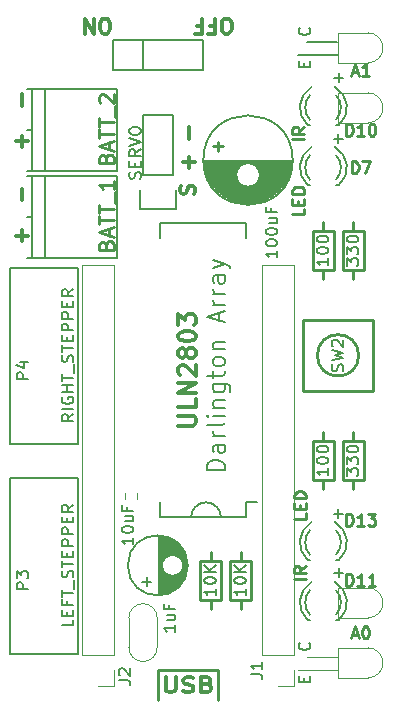
<source format=gto>
G04 #@! TF.FileFunction,Legend,Top*
%FSLAX46Y46*%
G04 Gerber Fmt 4.6, Leading zero omitted, Abs format (unit mm)*
G04 Created by KiCad (PCBNEW 4.0.6) date 09/06/18 10:25:07*
%MOMM*%
%LPD*%
G01*
G04 APERTURE LIST*
%ADD10C,0.100000*%
%ADD11C,0.150000*%
%ADD12C,0.254000*%
%ADD13C,0.300000*%
%ADD14C,0.200000*%
%ADD15C,0.250000*%
%ADD16C,0.120000*%
G04 APERTURE END LIST*
D10*
D11*
X149479048Y-70556429D02*
X150240953Y-70556429D01*
X149860001Y-70937381D02*
X149860001Y-70175476D01*
X149479048Y-102306429D02*
X150240953Y-102306429D01*
X149860001Y-102687381D02*
X149860001Y-101925476D01*
D12*
X139700000Y-115570000D02*
X139700000Y-118110000D01*
X136525000Y-115570000D02*
X139700000Y-115570000D01*
X134620000Y-115570000D02*
X136525000Y-115570000D01*
X134620000Y-118110000D02*
X134620000Y-115570000D01*
D13*
X135267143Y-116144524D02*
X135267143Y-117172619D01*
X135338571Y-117293571D01*
X135410000Y-117354048D01*
X135552857Y-117414524D01*
X135838571Y-117414524D01*
X135981429Y-117354048D01*
X136052857Y-117293571D01*
X136124286Y-117172619D01*
X136124286Y-116144524D01*
X136767143Y-117354048D02*
X136981429Y-117414524D01*
X137338572Y-117414524D01*
X137481429Y-117354048D01*
X137552858Y-117293571D01*
X137624286Y-117172619D01*
X137624286Y-117051667D01*
X137552858Y-116930714D01*
X137481429Y-116870238D01*
X137338572Y-116809762D01*
X137052858Y-116749286D01*
X136910000Y-116688810D01*
X136838572Y-116628333D01*
X136767143Y-116507381D01*
X136767143Y-116386429D01*
X136838572Y-116265476D01*
X136910000Y-116205000D01*
X137052858Y-116144524D01*
X137410000Y-116144524D01*
X137624286Y-116205000D01*
X138767143Y-116749286D02*
X138981429Y-116809762D01*
X139052857Y-116870238D01*
X139124286Y-116991190D01*
X139124286Y-117172619D01*
X139052857Y-117293571D01*
X138981429Y-117354048D01*
X138838571Y-117414524D01*
X138267143Y-117414524D01*
X138267143Y-116144524D01*
X138767143Y-116144524D01*
X138910000Y-116205000D01*
X138981429Y-116265476D01*
X139052857Y-116386429D01*
X139052857Y-116507381D01*
X138981429Y-116628333D01*
X138910000Y-116688810D01*
X138767143Y-116749286D01*
X138267143Y-116749286D01*
D14*
X140251571Y-98610428D02*
X138751571Y-98610428D01*
X138751571Y-98253285D01*
X138823000Y-98039000D01*
X138965857Y-97896142D01*
X139108714Y-97824714D01*
X139394429Y-97753285D01*
X139608714Y-97753285D01*
X139894429Y-97824714D01*
X140037286Y-97896142D01*
X140180143Y-98039000D01*
X140251571Y-98253285D01*
X140251571Y-98610428D01*
X140251571Y-96467571D02*
X139465857Y-96467571D01*
X139323000Y-96539000D01*
X139251571Y-96681857D01*
X139251571Y-96967571D01*
X139323000Y-97110428D01*
X140180143Y-96467571D02*
X140251571Y-96610428D01*
X140251571Y-96967571D01*
X140180143Y-97110428D01*
X140037286Y-97181857D01*
X139894429Y-97181857D01*
X139751571Y-97110428D01*
X139680143Y-96967571D01*
X139680143Y-96610428D01*
X139608714Y-96467571D01*
X140251571Y-95753285D02*
X139251571Y-95753285D01*
X139537286Y-95753285D02*
X139394429Y-95681857D01*
X139323000Y-95610428D01*
X139251571Y-95467571D01*
X139251571Y-95324714D01*
X140251571Y-94610428D02*
X140180143Y-94753286D01*
X140037286Y-94824714D01*
X138751571Y-94824714D01*
X140251571Y-94039000D02*
X139251571Y-94039000D01*
X138751571Y-94039000D02*
X138823000Y-94110429D01*
X138894429Y-94039000D01*
X138823000Y-93967572D01*
X138751571Y-94039000D01*
X138894429Y-94039000D01*
X139251571Y-93324714D02*
X140251571Y-93324714D01*
X139394429Y-93324714D02*
X139323000Y-93253286D01*
X139251571Y-93110428D01*
X139251571Y-92896143D01*
X139323000Y-92753286D01*
X139465857Y-92681857D01*
X140251571Y-92681857D01*
X139251571Y-91324714D02*
X140465857Y-91324714D01*
X140608714Y-91396143D01*
X140680143Y-91467571D01*
X140751571Y-91610428D01*
X140751571Y-91824714D01*
X140680143Y-91967571D01*
X140180143Y-91324714D02*
X140251571Y-91467571D01*
X140251571Y-91753285D01*
X140180143Y-91896143D01*
X140108714Y-91967571D01*
X139965857Y-92039000D01*
X139537286Y-92039000D01*
X139394429Y-91967571D01*
X139323000Y-91896143D01*
X139251571Y-91753285D01*
X139251571Y-91467571D01*
X139323000Y-91324714D01*
X139251571Y-90824714D02*
X139251571Y-90253285D01*
X138751571Y-90610428D02*
X140037286Y-90610428D01*
X140180143Y-90539000D01*
X140251571Y-90396142D01*
X140251571Y-90253285D01*
X140251571Y-89538999D02*
X140180143Y-89681857D01*
X140108714Y-89753285D01*
X139965857Y-89824714D01*
X139537286Y-89824714D01*
X139394429Y-89753285D01*
X139323000Y-89681857D01*
X139251571Y-89538999D01*
X139251571Y-89324714D01*
X139323000Y-89181857D01*
X139394429Y-89110428D01*
X139537286Y-89038999D01*
X139965857Y-89038999D01*
X140108714Y-89110428D01*
X140180143Y-89181857D01*
X140251571Y-89324714D01*
X140251571Y-89538999D01*
X139251571Y-88396142D02*
X140251571Y-88396142D01*
X139394429Y-88396142D02*
X139323000Y-88324714D01*
X139251571Y-88181856D01*
X139251571Y-87967571D01*
X139323000Y-87824714D01*
X139465857Y-87753285D01*
X140251571Y-87753285D01*
X139823000Y-85967571D02*
X139823000Y-85253285D01*
X140251571Y-86110428D02*
X138751571Y-85610428D01*
X140251571Y-85110428D01*
X140251571Y-84610428D02*
X139251571Y-84610428D01*
X139537286Y-84610428D02*
X139394429Y-84539000D01*
X139323000Y-84467571D01*
X139251571Y-84324714D01*
X139251571Y-84181857D01*
X140251571Y-83681857D02*
X139251571Y-83681857D01*
X139537286Y-83681857D02*
X139394429Y-83610429D01*
X139323000Y-83539000D01*
X139251571Y-83396143D01*
X139251571Y-83253286D01*
X140251571Y-82110429D02*
X139465857Y-82110429D01*
X139323000Y-82181858D01*
X139251571Y-82324715D01*
X139251571Y-82610429D01*
X139323000Y-82753286D01*
X140180143Y-82110429D02*
X140251571Y-82253286D01*
X140251571Y-82610429D01*
X140180143Y-82753286D01*
X140037286Y-82824715D01*
X139894429Y-82824715D01*
X139751571Y-82753286D01*
X139680143Y-82610429D01*
X139680143Y-82253286D01*
X139608714Y-82110429D01*
X139251571Y-81539000D02*
X140251571Y-81181857D01*
X139251571Y-80824715D02*
X140251571Y-81181857D01*
X140608714Y-81324715D01*
X140680143Y-81396143D01*
X140751571Y-81539000D01*
D15*
X151050714Y-64936667D02*
X151526905Y-64936667D01*
X150955476Y-65222381D02*
X151288809Y-64222381D01*
X151622143Y-65222381D01*
X152479286Y-65222381D02*
X151907857Y-65222381D01*
X152193571Y-65222381D02*
X152193571Y-64222381D01*
X152098333Y-64365238D01*
X152003095Y-64460476D01*
X151907857Y-64508095D01*
X150550714Y-70302381D02*
X150550714Y-69302381D01*
X150788809Y-69302381D01*
X150931667Y-69350000D01*
X151026905Y-69445238D01*
X151074524Y-69540476D01*
X151122143Y-69730952D01*
X151122143Y-69873810D01*
X151074524Y-70064286D01*
X151026905Y-70159524D01*
X150931667Y-70254762D01*
X150788809Y-70302381D01*
X150550714Y-70302381D01*
X152074524Y-70302381D02*
X151503095Y-70302381D01*
X151788809Y-70302381D02*
X151788809Y-69302381D01*
X151693571Y-69445238D01*
X151598333Y-69540476D01*
X151503095Y-69588095D01*
X152693571Y-69302381D02*
X152788810Y-69302381D01*
X152884048Y-69350000D01*
X152931667Y-69397619D01*
X152979286Y-69492857D01*
X153026905Y-69683333D01*
X153026905Y-69921429D01*
X152979286Y-70111905D01*
X152931667Y-70207143D01*
X152884048Y-70254762D01*
X152788810Y-70302381D01*
X152693571Y-70302381D01*
X152598333Y-70254762D01*
X152550714Y-70207143D01*
X152503095Y-70111905D01*
X152455476Y-69921429D01*
X152455476Y-69683333D01*
X152503095Y-69492857D01*
X152550714Y-69397619D01*
X152598333Y-69350000D01*
X152693571Y-69302381D01*
X151026905Y-73477381D02*
X151026905Y-72477381D01*
X151265000Y-72477381D01*
X151407858Y-72525000D01*
X151503096Y-72620238D01*
X151550715Y-72715476D01*
X151598334Y-72905952D01*
X151598334Y-73048810D01*
X151550715Y-73239286D01*
X151503096Y-73334524D01*
X151407858Y-73429762D01*
X151265000Y-73477381D01*
X151026905Y-73477381D01*
X151931667Y-72477381D02*
X152598334Y-72477381D01*
X152169762Y-73477381D01*
X150550714Y-108402381D02*
X150550714Y-107402381D01*
X150788809Y-107402381D01*
X150931667Y-107450000D01*
X151026905Y-107545238D01*
X151074524Y-107640476D01*
X151122143Y-107830952D01*
X151122143Y-107973810D01*
X151074524Y-108164286D01*
X151026905Y-108259524D01*
X150931667Y-108354762D01*
X150788809Y-108402381D01*
X150550714Y-108402381D01*
X152074524Y-108402381D02*
X151503095Y-108402381D01*
X151788809Y-108402381D02*
X151788809Y-107402381D01*
X151693571Y-107545238D01*
X151598333Y-107640476D01*
X151503095Y-107688095D01*
X153026905Y-108402381D02*
X152455476Y-108402381D01*
X152741190Y-108402381D02*
X152741190Y-107402381D01*
X152645952Y-107545238D01*
X152550714Y-107640476D01*
X152455476Y-107688095D01*
X150550714Y-103322381D02*
X150550714Y-102322381D01*
X150788809Y-102322381D01*
X150931667Y-102370000D01*
X151026905Y-102465238D01*
X151074524Y-102560476D01*
X151122143Y-102750952D01*
X151122143Y-102893810D01*
X151074524Y-103084286D01*
X151026905Y-103179524D01*
X150931667Y-103274762D01*
X150788809Y-103322381D01*
X150550714Y-103322381D01*
X152074524Y-103322381D02*
X151503095Y-103322381D01*
X151788809Y-103322381D02*
X151788809Y-102322381D01*
X151693571Y-102465238D01*
X151598333Y-102560476D01*
X151503095Y-102608095D01*
X152407857Y-102322381D02*
X153026905Y-102322381D01*
X152693571Y-102703333D01*
X152836429Y-102703333D01*
X152931667Y-102750952D01*
X152979286Y-102798571D01*
X153026905Y-102893810D01*
X153026905Y-103131905D01*
X152979286Y-103227143D01*
X152931667Y-103274762D01*
X152836429Y-103322381D01*
X152550714Y-103322381D01*
X152455476Y-103274762D01*
X152407857Y-103227143D01*
X151050714Y-112561667D02*
X151526905Y-112561667D01*
X150955476Y-112847381D02*
X151288809Y-111847381D01*
X151622143Y-112847381D01*
X152145952Y-111847381D02*
X152241191Y-111847381D01*
X152336429Y-111895000D01*
X152384048Y-111942619D01*
X152431667Y-112037857D01*
X152479286Y-112228333D01*
X152479286Y-112466429D01*
X152431667Y-112656905D01*
X152384048Y-112752143D01*
X152336429Y-112799762D01*
X152241191Y-112847381D01*
X152145952Y-112847381D01*
X152050714Y-112799762D01*
X152003095Y-112752143D01*
X151955476Y-112656905D01*
X151907857Y-112466429D01*
X151907857Y-112228333D01*
X151955476Y-112037857D01*
X152003095Y-111942619D01*
X152050714Y-111895000D01*
X152145952Y-111847381D01*
D12*
X139312953Y-71192571D02*
X140087048Y-71192571D01*
X139700000Y-71579619D02*
X139700000Y-70805524D01*
X147017619Y-76472143D02*
X147017619Y-76955952D01*
X146001619Y-76955952D01*
X146485429Y-76133476D02*
X146485429Y-75794810D01*
X147017619Y-75649667D02*
X147017619Y-76133476D01*
X146001619Y-76133476D01*
X146001619Y-75649667D01*
X147017619Y-75214238D02*
X146001619Y-75214238D01*
X146001619Y-74972333D01*
X146050000Y-74827191D01*
X146146762Y-74730429D01*
X146243524Y-74682048D01*
X146437048Y-74633667D01*
X146582190Y-74633667D01*
X146775714Y-74682048D01*
X146872476Y-74730429D01*
X146969238Y-74827191D01*
X147017619Y-74972333D01*
X147017619Y-75214238D01*
X147017619Y-70612000D02*
X146001619Y-70612000D01*
X147017619Y-69547619D02*
X146533810Y-69886285D01*
X147017619Y-70128190D02*
X146001619Y-70128190D01*
X146001619Y-69741143D01*
X146050000Y-69644381D01*
X146098381Y-69596000D01*
X146195143Y-69547619D01*
X146340286Y-69547619D01*
X146437048Y-69596000D01*
X146485429Y-69644381D01*
X146533810Y-69741143D01*
X146533810Y-70128190D01*
X147144619Y-102253143D02*
X147144619Y-102736952D01*
X146128619Y-102736952D01*
X146612429Y-101914476D02*
X146612429Y-101575810D01*
X147144619Y-101430667D02*
X147144619Y-101914476D01*
X146128619Y-101914476D01*
X146128619Y-101430667D01*
X147144619Y-100995238D02*
X146128619Y-100995238D01*
X146128619Y-100753333D01*
X146177000Y-100608191D01*
X146273762Y-100511429D01*
X146370524Y-100463048D01*
X146564048Y-100414667D01*
X146709190Y-100414667D01*
X146902714Y-100463048D01*
X146999476Y-100511429D01*
X147096238Y-100608191D01*
X147144619Y-100753333D01*
X147144619Y-100995238D01*
X147144619Y-107823000D02*
X146128619Y-107823000D01*
X147144619Y-106758619D02*
X146660810Y-107097285D01*
X147144619Y-107339190D02*
X146128619Y-107339190D01*
X146128619Y-106952143D01*
X146177000Y-106855381D01*
X146225381Y-106807000D01*
X146322143Y-106758619D01*
X146467286Y-106758619D01*
X146564048Y-106807000D01*
X146612429Y-106855381D01*
X146660810Y-106952143D01*
X146660810Y-107339190D01*
D15*
X130212714Y-79536952D02*
X130272238Y-79358381D01*
X130331762Y-79298857D01*
X130450810Y-79239333D01*
X130629381Y-79239333D01*
X130748429Y-79298857D01*
X130807952Y-79358381D01*
X130867476Y-79477428D01*
X130867476Y-79953619D01*
X129617476Y-79953619D01*
X129617476Y-79536952D01*
X129677000Y-79417905D01*
X129736524Y-79358381D01*
X129855571Y-79298857D01*
X129974619Y-79298857D01*
X130093667Y-79358381D01*
X130153190Y-79417905D01*
X130212714Y-79536952D01*
X130212714Y-79953619D01*
X130510333Y-78763143D02*
X130510333Y-78167905D01*
X130867476Y-78882190D02*
X129617476Y-78465524D01*
X130867476Y-78048857D01*
X129617476Y-77810761D02*
X129617476Y-77096476D01*
X130867476Y-77453619D02*
X129617476Y-77453619D01*
X129617476Y-76858380D02*
X129617476Y-76144095D01*
X130867476Y-76501238D02*
X129617476Y-76501238D01*
X130986524Y-76025047D02*
X130986524Y-75072666D01*
X130867476Y-74120285D02*
X130867476Y-74834571D01*
X130867476Y-74477428D02*
X129617476Y-74477428D01*
X129796048Y-74596476D01*
X129915095Y-74715523D01*
X129974619Y-74834571D01*
X130212714Y-72215523D02*
X130272238Y-72036952D01*
X130331762Y-71977428D01*
X130450810Y-71917904D01*
X130629381Y-71917904D01*
X130748429Y-71977428D01*
X130807952Y-72036952D01*
X130867476Y-72155999D01*
X130867476Y-72632190D01*
X129617476Y-72632190D01*
X129617476Y-72215523D01*
X129677000Y-72096476D01*
X129736524Y-72036952D01*
X129855571Y-71977428D01*
X129974619Y-71977428D01*
X130093667Y-72036952D01*
X130153190Y-72096476D01*
X130212714Y-72215523D01*
X130212714Y-72632190D01*
X130510333Y-71441714D02*
X130510333Y-70846476D01*
X130867476Y-71560761D02*
X129617476Y-71144095D01*
X130867476Y-70727428D01*
X129617476Y-70489332D02*
X129617476Y-69775047D01*
X130867476Y-70132190D02*
X129617476Y-70132190D01*
X129617476Y-69536951D02*
X129617476Y-68822666D01*
X130867476Y-69179809D02*
X129617476Y-69179809D01*
X130986524Y-68703618D02*
X130986524Y-67751237D01*
X129736524Y-67513142D02*
X129677000Y-67453618D01*
X129617476Y-67334570D01*
X129617476Y-67036951D01*
X129677000Y-66917904D01*
X129736524Y-66858380D01*
X129855571Y-66798856D01*
X129974619Y-66798856D01*
X130153190Y-66858380D01*
X130867476Y-67572666D01*
X130867476Y-66798856D01*
D13*
X137665952Y-75247143D02*
X137725476Y-75068571D01*
X137725476Y-74770952D01*
X137665952Y-74651905D01*
X137606429Y-74592381D01*
X137487381Y-74532857D01*
X137368333Y-74532857D01*
X137249286Y-74592381D01*
X137189762Y-74651905D01*
X137130238Y-74770952D01*
X137070714Y-75009048D01*
X137011190Y-75128095D01*
X136951667Y-75187619D01*
X136832619Y-75247143D01*
X136713571Y-75247143D01*
X136594524Y-75187619D01*
X136535000Y-75128095D01*
X136475476Y-75009048D01*
X136475476Y-74711428D01*
X136535000Y-74532857D01*
X137249286Y-73044762D02*
X137249286Y-72092381D01*
X137725476Y-72568571D02*
X136773095Y-72568571D01*
X137249286Y-70544762D02*
X137249286Y-69592381D01*
X123099286Y-66795953D02*
X123099286Y-67763572D01*
X123099286Y-70303572D02*
X123099286Y-71271191D01*
X122615476Y-70787381D02*
X123583095Y-70787381D01*
X123099286Y-74778810D02*
X123099286Y-75746429D01*
X123099286Y-78286429D02*
X123099286Y-79254048D01*
X122615476Y-78770238D02*
X123583095Y-78770238D01*
X140546665Y-61655476D02*
X140304761Y-61655476D01*
X140183808Y-61595000D01*
X140062856Y-61474048D01*
X140002380Y-61232143D01*
X140002380Y-60808810D01*
X140062856Y-60566905D01*
X140183808Y-60445952D01*
X140304761Y-60385476D01*
X140546665Y-60385476D01*
X140667618Y-60445952D01*
X140788570Y-60566905D01*
X140849046Y-60808810D01*
X140849046Y-61232143D01*
X140788570Y-61474048D01*
X140667618Y-61595000D01*
X140546665Y-61655476D01*
X139034761Y-61050714D02*
X139458094Y-61050714D01*
X139458094Y-60385476D02*
X139458094Y-61655476D01*
X138853332Y-61655476D01*
X137946190Y-61050714D02*
X138369523Y-61050714D01*
X138369523Y-60385476D02*
X138369523Y-61655476D01*
X137764761Y-61655476D01*
X130265714Y-61655476D02*
X130023810Y-61655476D01*
X129902857Y-61595000D01*
X129781905Y-61474048D01*
X129721429Y-61232143D01*
X129721429Y-60808810D01*
X129781905Y-60566905D01*
X129902857Y-60445952D01*
X130023810Y-60385476D01*
X130265714Y-60385476D01*
X130386667Y-60445952D01*
X130507619Y-60566905D01*
X130568095Y-60808810D01*
X130568095Y-61232143D01*
X130507619Y-61474048D01*
X130386667Y-61595000D01*
X130265714Y-61655476D01*
X129177143Y-60385476D02*
X129177143Y-61655476D01*
X128451429Y-60385476D01*
X128451429Y-61655476D01*
D10*
X149733000Y-114427000D02*
X147193000Y-114427000D01*
X149860000Y-115570000D02*
X146431000Y-115570000D01*
X152400000Y-113665000D02*
X149860000Y-113665000D01*
X149860000Y-113665000D02*
X149860000Y-116205000D01*
X149860000Y-116205000D02*
X152400000Y-116205000D01*
X153670000Y-114935000D02*
G75*
G03X152400000Y-113665000I-1270000J0D01*
G01*
X152400000Y-116205000D02*
G75*
G03X153670000Y-114935000I0J1270000D01*
G01*
D11*
X149904000Y-106244000D02*
X149704000Y-106244000D01*
X147310000Y-106244000D02*
X147490000Y-106244000D01*
X147620357Y-103016256D02*
G75*
G03X147304000Y-106244000I1003643J-1727744D01*
G01*
X147490932Y-103691994D02*
G75*
G03X147490000Y-105795000I1133068J-1052006D01*
G01*
X149930726Y-106231220D02*
G75*
G03X149584000Y-102994000I-1306726J1497220D01*
G01*
X149703253Y-105757889D02*
G75*
G03X149684000Y-103710000I-1079253J1013889D01*
G01*
X122110000Y-114210000D02*
X122110000Y-99310000D01*
X127860000Y-114210000D02*
X127860000Y-99310000D01*
X122110000Y-114210000D02*
X127860000Y-114210000D01*
X122110000Y-99310000D02*
X127860000Y-99310000D01*
X134675000Y-104181000D02*
X134675000Y-109179000D01*
X134815000Y-104189000D02*
X134815000Y-109171000D01*
X134955000Y-104205000D02*
X134955000Y-106585000D01*
X134955000Y-106775000D02*
X134955000Y-109155000D01*
X135095000Y-104229000D02*
X135095000Y-106190000D01*
X135095000Y-107170000D02*
X135095000Y-109131000D01*
X135235000Y-104262000D02*
X135235000Y-106023000D01*
X135235000Y-107337000D02*
X135235000Y-109098000D01*
X135375000Y-104303000D02*
X135375000Y-105916000D01*
X135375000Y-107444000D02*
X135375000Y-109057000D01*
X135515000Y-104353000D02*
X135515000Y-105845000D01*
X135515000Y-107515000D02*
X135515000Y-109007000D01*
X135655000Y-104414000D02*
X135655000Y-105801000D01*
X135655000Y-107559000D02*
X135655000Y-108946000D01*
X135795000Y-104484000D02*
X135795000Y-105782000D01*
X135795000Y-107578000D02*
X135795000Y-108876000D01*
X135935000Y-104566000D02*
X135935000Y-105784000D01*
X135935000Y-107576000D02*
X135935000Y-108794000D01*
X136075000Y-104661000D02*
X136075000Y-105809000D01*
X136075000Y-107551000D02*
X136075000Y-108699000D01*
X136215000Y-104772000D02*
X136215000Y-105857000D01*
X136215000Y-107503000D02*
X136215000Y-108588000D01*
X136355000Y-104900000D02*
X136355000Y-105935000D01*
X136355000Y-107425000D02*
X136355000Y-108460000D01*
X136495000Y-105049000D02*
X136495000Y-106052000D01*
X136495000Y-107308000D02*
X136495000Y-108311000D01*
X136635000Y-105228000D02*
X136635000Y-106240000D01*
X136635000Y-107120000D02*
X136635000Y-108132000D01*
X136775000Y-105447000D02*
X136775000Y-107913000D01*
X136915000Y-105736000D02*
X136915000Y-107624000D01*
X137055000Y-106208000D02*
X137055000Y-107152000D01*
X136750000Y-106680000D02*
G75*
G03X136750000Y-106680000I-900000J0D01*
G01*
X137137500Y-106680000D02*
G75*
G03X137137500Y-106680000I-2537500J0D01*
G01*
D16*
X146110000Y-81220000D02*
X143450000Y-81220000D01*
X146110000Y-114300000D02*
X146110000Y-81220000D01*
X143450000Y-114300000D02*
X143450000Y-81220000D01*
X146110000Y-114300000D02*
X143450000Y-114300000D01*
X146110000Y-115570000D02*
X146110000Y-116900000D01*
X146110000Y-116900000D02*
X144780000Y-116900000D01*
D10*
X134550000Y-111125000D02*
X134550000Y-113625000D01*
X132150000Y-111125000D02*
X132150000Y-113625000D01*
X133350000Y-109925000D02*
G75*
G03X132150000Y-111125000I0J-1200000D01*
G01*
X134550000Y-111125000D02*
G75*
G03X133350000Y-109925000I-1200000J0D01*
G01*
X132150000Y-113625000D02*
G75*
G03X133350000Y-114825000I1200000J0D01*
G01*
X133350000Y-114825000D02*
G75*
G03X134550000Y-113625000I0J1200000D01*
G01*
D14*
X138684000Y-101346000D02*
G75*
G03X137414000Y-102616000I0J-1270000D01*
G01*
X139954000Y-102616000D02*
G75*
G03X138684000Y-101346000I-1270000J0D01*
G01*
D11*
X142105000Y-102625000D02*
X142105000Y-101355000D01*
X134755000Y-102625000D02*
X134755000Y-101355000D01*
X134755000Y-77715000D02*
X134755000Y-78985000D01*
X142105000Y-77715000D02*
X142105000Y-78985000D01*
X142105000Y-102625000D02*
X134755000Y-102625000D01*
X142105000Y-77715000D02*
X134755000Y-77715000D01*
X142105000Y-101355000D02*
X143040000Y-101355000D01*
X122110000Y-96430000D02*
X122110000Y-81530000D01*
X127860000Y-96430000D02*
X127860000Y-81530000D01*
X122110000Y-96430000D02*
X127860000Y-96430000D01*
X122110000Y-81530000D02*
X127860000Y-81530000D01*
X145989000Y-72445000D02*
X138491000Y-72445000D01*
X145984000Y-72585000D02*
X138496000Y-72585000D01*
X145973000Y-72725000D02*
X142686000Y-72725000D01*
X141794000Y-72725000D02*
X138507000Y-72725000D01*
X145957000Y-72865000D02*
X142896000Y-72865000D01*
X141584000Y-72865000D02*
X138523000Y-72865000D01*
X145936000Y-73005000D02*
X143029000Y-73005000D01*
X141451000Y-73005000D02*
X138544000Y-73005000D01*
X145909000Y-73145000D02*
X143120000Y-73145000D01*
X141360000Y-73145000D02*
X138571000Y-73145000D01*
X145877000Y-73285000D02*
X143182000Y-73285000D01*
X141298000Y-73285000D02*
X138603000Y-73285000D01*
X145839000Y-73425000D02*
X143221000Y-73425000D01*
X141259000Y-73425000D02*
X138641000Y-73425000D01*
X145795000Y-73565000D02*
X143238000Y-73565000D01*
X141242000Y-73565000D02*
X138685000Y-73565000D01*
X145744000Y-73705000D02*
X143236000Y-73705000D01*
X141244000Y-73705000D02*
X138736000Y-73705000D01*
X145688000Y-73845000D02*
X143214000Y-73845000D01*
X141266000Y-73845000D02*
X138792000Y-73845000D01*
X145624000Y-73985000D02*
X143171000Y-73985000D01*
X141309000Y-73985000D02*
X138856000Y-73985000D01*
X145554000Y-74125000D02*
X143103000Y-74125000D01*
X141377000Y-74125000D02*
X138926000Y-74125000D01*
X145476000Y-74265000D02*
X143004000Y-74265000D01*
X141476000Y-74265000D02*
X139004000Y-74265000D01*
X145390000Y-74405000D02*
X142859000Y-74405000D01*
X141621000Y-74405000D02*
X139090000Y-74405000D01*
X145295000Y-74545000D02*
X142620000Y-74545000D01*
X141860000Y-74545000D02*
X139185000Y-74545000D01*
X145190000Y-74685000D02*
X139290000Y-74685000D01*
X145075000Y-74825000D02*
X139405000Y-74825000D01*
X144947000Y-74965000D02*
X139533000Y-74965000D01*
X144806000Y-75105000D02*
X139674000Y-75105000D01*
X144648000Y-75245000D02*
X139832000Y-75245000D01*
X144470000Y-75385000D02*
X140010000Y-75385000D01*
X144267000Y-75525000D02*
X140213000Y-75525000D01*
X144030000Y-75665000D02*
X140450000Y-75665000D01*
X143744000Y-75805000D02*
X140736000Y-75805000D01*
X143372000Y-75945000D02*
X141108000Y-75945000D01*
X142751000Y-76085000D02*
X141729000Y-76085000D01*
X143240000Y-73620000D02*
G75*
G03X143240000Y-73620000I-1000000J0D01*
G01*
X146027500Y-72370000D02*
G75*
G03X146027500Y-72370000I-3787500J0D01*
G01*
X135890000Y-73660000D02*
X135890000Y-68580000D01*
X135890000Y-68580000D02*
X133350000Y-68580000D01*
X133350000Y-68580000D02*
X133350000Y-73660000D01*
X133070000Y-76480000D02*
X133070000Y-74930000D01*
X133350000Y-73660000D02*
X135890000Y-73660000D01*
X136170000Y-74930000D02*
X136170000Y-76480000D01*
X136170000Y-76480000D02*
X133070000Y-76480000D01*
X130810000Y-64770000D02*
X130810000Y-62230000D01*
X130810000Y-62230000D02*
X138430000Y-62230000D01*
X138430000Y-62230000D02*
X138430000Y-64770000D01*
X138430000Y-64770000D02*
X130810000Y-64770000D01*
X133350000Y-62230000D02*
X133350000Y-64770000D01*
X123916000Y-69822000D02*
X123516000Y-69822000D01*
X125016000Y-66322000D02*
X125016000Y-73322000D01*
X123916000Y-66322000D02*
X123916000Y-73322000D01*
X131116000Y-66322000D02*
X123516000Y-66322000D01*
X123516000Y-73322000D02*
X131116000Y-73322000D01*
X131116000Y-73322000D02*
X131116000Y-66322000D01*
X123916000Y-77188000D02*
X123516000Y-77188000D01*
X125016000Y-73688000D02*
X125016000Y-80688000D01*
X123916000Y-73688000D02*
X123916000Y-80688000D01*
X131116000Y-73688000D02*
X123516000Y-73688000D01*
X123516000Y-80688000D02*
X131116000Y-80688000D01*
X131116000Y-80688000D02*
X131116000Y-73688000D01*
X149904000Y-74494000D02*
X149704000Y-74494000D01*
X147310000Y-74494000D02*
X147490000Y-74494000D01*
X147620357Y-71266256D02*
G75*
G03X147304000Y-74494000I1003643J-1727744D01*
G01*
X147490932Y-71941994D02*
G75*
G03X147490000Y-74045000I1133068J-1052006D01*
G01*
X149930726Y-74481220D02*
G75*
G03X149584000Y-71244000I-1306726J1497220D01*
G01*
X149703253Y-74007889D02*
G75*
G03X149684000Y-71960000I-1079253J1013889D01*
G01*
D12*
X148590000Y-96139000D02*
X148590000Y-95377000D01*
X148590000Y-99441000D02*
X148590000Y-100203000D01*
X147701000Y-99441000D02*
X147955000Y-99441000D01*
X147701000Y-99441000D02*
X147701000Y-96139000D01*
X147701000Y-96139000D02*
X149479000Y-96139000D01*
X149479000Y-96139000D02*
X149479000Y-99441000D01*
X149479000Y-99441000D02*
X147955000Y-99441000D01*
X151130000Y-81661000D02*
X151130000Y-82423000D01*
X151130000Y-78359000D02*
X151130000Y-77597000D01*
X152019000Y-78359000D02*
X151765000Y-78359000D01*
X152019000Y-78359000D02*
X152019000Y-81661000D01*
X152019000Y-81661000D02*
X150241000Y-81661000D01*
X150241000Y-81661000D02*
X150241000Y-78359000D01*
X150241000Y-78359000D02*
X151765000Y-78359000D01*
X151130000Y-96139000D02*
X151130000Y-95377000D01*
X151130000Y-99441000D02*
X151130000Y-100203000D01*
X150241000Y-99441000D02*
X150495000Y-99441000D01*
X150241000Y-99441000D02*
X150241000Y-96139000D01*
X150241000Y-96139000D02*
X152019000Y-96139000D01*
X152019000Y-96139000D02*
X152019000Y-99441000D01*
X152019000Y-99441000D02*
X150495000Y-99441000D01*
X148590000Y-81661000D02*
X148590000Y-82423000D01*
X148590000Y-78359000D02*
X148590000Y-77597000D01*
X149479000Y-78359000D02*
X149225000Y-78359000D01*
X149479000Y-78359000D02*
X149479000Y-81661000D01*
X149479000Y-81661000D02*
X147701000Y-81661000D01*
X147701000Y-81661000D02*
X147701000Y-78359000D01*
X147701000Y-78359000D02*
X149225000Y-78359000D01*
X141605000Y-109601000D02*
X141605000Y-110363000D01*
X141605000Y-106299000D02*
X141605000Y-105537000D01*
X142494000Y-106299000D02*
X142240000Y-106299000D01*
X142494000Y-106299000D02*
X142494000Y-109601000D01*
X142494000Y-109601000D02*
X140716000Y-109601000D01*
X140716000Y-109601000D02*
X140716000Y-106299000D01*
X140716000Y-106299000D02*
X142240000Y-106299000D01*
X139065000Y-109601000D02*
X139065000Y-110363000D01*
X139065000Y-106299000D02*
X139065000Y-105537000D01*
X139954000Y-106299000D02*
X139700000Y-106299000D01*
X139954000Y-106299000D02*
X139954000Y-109601000D01*
X139954000Y-109601000D02*
X138176000Y-109601000D01*
X138176000Y-109601000D02*
X138176000Y-106299000D01*
X138176000Y-106299000D02*
X139700000Y-106299000D01*
D15*
X146860000Y-91900000D02*
X146860000Y-85900000D01*
X146860000Y-85900000D02*
X152860000Y-85900000D01*
X152860000Y-85900000D02*
X152860000Y-91900000D01*
X152860000Y-91900000D02*
X146860000Y-91900000D01*
X151610000Y-88900000D02*
G75*
G03X151610000Y-88900000I-1750000J0D01*
G01*
D16*
X130870000Y-81220000D02*
X128210000Y-81220000D01*
X130870000Y-114300000D02*
X130870000Y-81220000D01*
X128210000Y-114300000D02*
X128210000Y-81220000D01*
X130870000Y-114300000D02*
X128210000Y-114300000D01*
X130870000Y-115570000D02*
X130870000Y-116900000D01*
X130870000Y-116900000D02*
X129540000Y-116900000D01*
X132864000Y-101088000D02*
X132864000Y-100588000D01*
X131804000Y-100588000D02*
X131804000Y-101088000D01*
D10*
X152400000Y-111125000D02*
X149860000Y-111125000D01*
X149860000Y-111125000D02*
X149860000Y-108585000D01*
X149860000Y-108585000D02*
X152400000Y-108585000D01*
X153670000Y-109855000D02*
G75*
G03X152400000Y-108585000I-1270000J0D01*
G01*
X152400000Y-111125000D02*
G75*
G03X153670000Y-109855000I0J1270000D01*
G01*
D11*
X149904000Y-111324000D02*
X149704000Y-111324000D01*
X147310000Y-111324000D02*
X147490000Y-111324000D01*
X147620357Y-108096256D02*
G75*
G03X147304000Y-111324000I1003643J-1727744D01*
G01*
X147490932Y-108771994D02*
G75*
G03X147490000Y-110875000I1133068J-1052006D01*
G01*
X149930726Y-111311220D02*
G75*
G03X149584000Y-108074000I-1306726J1497220D01*
G01*
X149703253Y-110837889D02*
G75*
G03X149684000Y-108790000I-1079253J1013889D01*
G01*
D10*
X152400000Y-69215000D02*
X149860000Y-69215000D01*
X149860000Y-69215000D02*
X149860000Y-66675000D01*
X149860000Y-66675000D02*
X152400000Y-66675000D01*
X153670000Y-67945000D02*
G75*
G03X152400000Y-66675000I-1270000J0D01*
G01*
X152400000Y-69215000D02*
G75*
G03X153670000Y-67945000I0J1270000D01*
G01*
D11*
X149904000Y-69414000D02*
X149704000Y-69414000D01*
X147310000Y-69414000D02*
X147490000Y-69414000D01*
X147620357Y-66186256D02*
G75*
G03X147304000Y-69414000I1003643J-1727744D01*
G01*
X147490932Y-66861994D02*
G75*
G03X147490000Y-68965000I1133068J-1052006D01*
G01*
X149930726Y-69401220D02*
G75*
G03X149584000Y-66164000I-1306726J1497220D01*
G01*
X149703253Y-68927889D02*
G75*
G03X149684000Y-66880000I-1079253J1013889D01*
G01*
X149733000Y-62357000D02*
X147193000Y-62357000D01*
X149860000Y-63500000D02*
X146431000Y-63500000D01*
D10*
X152400000Y-61595000D02*
X149860000Y-61595000D01*
X149860000Y-61595000D02*
X149860000Y-64135000D01*
X149860000Y-64135000D02*
X152400000Y-64135000D01*
X153670000Y-62865000D02*
G75*
G03X152400000Y-61595000I-1270000J0D01*
G01*
X152400000Y-64135000D02*
G75*
G03X153670000Y-62865000I0J1270000D01*
G01*
D11*
X146994571Y-116546286D02*
X146994571Y-116212952D01*
X147518381Y-116070095D02*
X147518381Y-116546286D01*
X146518381Y-116546286D01*
X146518381Y-116070095D01*
X147423143Y-113228476D02*
X147470762Y-113276095D01*
X147518381Y-113418952D01*
X147518381Y-113514190D01*
X147470762Y-113657048D01*
X147375524Y-113752286D01*
X147280286Y-113799905D01*
X147089810Y-113847524D01*
X146946952Y-113847524D01*
X146756476Y-113799905D01*
X146661238Y-113752286D01*
X146566000Y-113657048D01*
X146518381Y-113514190D01*
X146518381Y-113418952D01*
X146566000Y-113276095D01*
X146613619Y-113228476D01*
X123642381Y-108688095D02*
X122642381Y-108688095D01*
X122642381Y-108307142D01*
X122690000Y-108211904D01*
X122737619Y-108164285D01*
X122832857Y-108116666D01*
X122975714Y-108116666D01*
X123070952Y-108164285D01*
X123118571Y-108211904D01*
X123166190Y-108307142D01*
X123166190Y-108688095D01*
X122642381Y-107783333D02*
X122642381Y-107164285D01*
X123023333Y-107497619D01*
X123023333Y-107354761D01*
X123070952Y-107259523D01*
X123118571Y-107211904D01*
X123213810Y-107164285D01*
X123451905Y-107164285D01*
X123547143Y-107211904D01*
X123594762Y-107259523D01*
X123642381Y-107354761D01*
X123642381Y-107640476D01*
X123594762Y-107735714D01*
X123547143Y-107783333D01*
X127452381Y-111275238D02*
X127452381Y-111751429D01*
X126452381Y-111751429D01*
X126928571Y-110941905D02*
X126928571Y-110608571D01*
X127452381Y-110465714D02*
X127452381Y-110941905D01*
X126452381Y-110941905D01*
X126452381Y-110465714D01*
X126928571Y-109703809D02*
X126928571Y-110037143D01*
X127452381Y-110037143D02*
X126452381Y-110037143D01*
X126452381Y-109560952D01*
X126452381Y-109322857D02*
X126452381Y-108751428D01*
X127452381Y-109037143D02*
X126452381Y-109037143D01*
X127547619Y-108656190D02*
X127547619Y-107894285D01*
X127404762Y-107703809D02*
X127452381Y-107560952D01*
X127452381Y-107322856D01*
X127404762Y-107227618D01*
X127357143Y-107179999D01*
X127261905Y-107132380D01*
X127166667Y-107132380D01*
X127071429Y-107179999D01*
X127023810Y-107227618D01*
X126976190Y-107322856D01*
X126928571Y-107513333D01*
X126880952Y-107608571D01*
X126833333Y-107656190D01*
X126738095Y-107703809D01*
X126642857Y-107703809D01*
X126547619Y-107656190D01*
X126500000Y-107608571D01*
X126452381Y-107513333D01*
X126452381Y-107275237D01*
X126500000Y-107132380D01*
X126452381Y-106846666D02*
X126452381Y-106275237D01*
X127452381Y-106560952D02*
X126452381Y-106560952D01*
X126928571Y-105941904D02*
X126928571Y-105608570D01*
X127452381Y-105465713D02*
X127452381Y-105941904D01*
X126452381Y-105941904D01*
X126452381Y-105465713D01*
X127452381Y-105037142D02*
X126452381Y-105037142D01*
X126452381Y-104656189D01*
X126500000Y-104560951D01*
X126547619Y-104513332D01*
X126642857Y-104465713D01*
X126785714Y-104465713D01*
X126880952Y-104513332D01*
X126928571Y-104560951D01*
X126976190Y-104656189D01*
X126976190Y-105037142D01*
X127452381Y-104037142D02*
X126452381Y-104037142D01*
X126452381Y-103656189D01*
X126500000Y-103560951D01*
X126547619Y-103513332D01*
X126642857Y-103465713D01*
X126785714Y-103465713D01*
X126880952Y-103513332D01*
X126928571Y-103560951D01*
X126976190Y-103656189D01*
X126976190Y-104037142D01*
X126928571Y-103037142D02*
X126928571Y-102703808D01*
X127452381Y-102560951D02*
X127452381Y-103037142D01*
X126452381Y-103037142D01*
X126452381Y-102560951D01*
X127452381Y-101560951D02*
X126976190Y-101894285D01*
X127452381Y-102132380D02*
X126452381Y-102132380D01*
X126452381Y-101751427D01*
X126500000Y-101656189D01*
X126547619Y-101608570D01*
X126642857Y-101560951D01*
X126785714Y-101560951D01*
X126880952Y-101608570D01*
X126928571Y-101656189D01*
X126976190Y-101751427D01*
X126976190Y-102132380D01*
X132532381Y-104322428D02*
X132532381Y-104893857D01*
X132532381Y-104608143D02*
X131532381Y-104608143D01*
X131675238Y-104703381D01*
X131770476Y-104798619D01*
X131818095Y-104893857D01*
X131532381Y-103703381D02*
X131532381Y-103608142D01*
X131580000Y-103512904D01*
X131627619Y-103465285D01*
X131722857Y-103417666D01*
X131913333Y-103370047D01*
X132151429Y-103370047D01*
X132341905Y-103417666D01*
X132437143Y-103465285D01*
X132484762Y-103512904D01*
X132532381Y-103608142D01*
X132532381Y-103703381D01*
X132484762Y-103798619D01*
X132437143Y-103846238D01*
X132341905Y-103893857D01*
X132151429Y-103941476D01*
X131913333Y-103941476D01*
X131722857Y-103893857D01*
X131627619Y-103846238D01*
X131580000Y-103798619D01*
X131532381Y-103703381D01*
X131865714Y-102512904D02*
X132532381Y-102512904D01*
X131865714Y-102941476D02*
X132389524Y-102941476D01*
X132484762Y-102893857D01*
X132532381Y-102798619D01*
X132532381Y-102655761D01*
X132484762Y-102560523D01*
X132437143Y-102512904D01*
X132008571Y-101703380D02*
X132008571Y-102036714D01*
X132532381Y-102036714D02*
X131532381Y-102036714D01*
X131532381Y-101560523D01*
X133269048Y-108051429D02*
X134030953Y-108051429D01*
X133650001Y-108432381D02*
X133650001Y-107670476D01*
X142454381Y-115903333D02*
X143168667Y-115903333D01*
X143311524Y-115950953D01*
X143406762Y-116046191D01*
X143454381Y-116189048D01*
X143454381Y-116284286D01*
X143454381Y-114903333D02*
X143454381Y-115474762D01*
X143454381Y-115189048D02*
X142454381Y-115189048D01*
X142597238Y-115284286D01*
X142692476Y-115379524D01*
X142740095Y-115474762D01*
X136088381Y-111720238D02*
X136088381Y-112291667D01*
X136088381Y-112005953D02*
X135088381Y-112005953D01*
X135231238Y-112101191D01*
X135326476Y-112196429D01*
X135374095Y-112291667D01*
X135421714Y-110863095D02*
X136088381Y-110863095D01*
X135421714Y-111291667D02*
X135945524Y-111291667D01*
X136040762Y-111244048D01*
X136088381Y-111148810D01*
X136088381Y-111005952D01*
X136040762Y-110910714D01*
X135993143Y-110863095D01*
X135564571Y-110053571D02*
X135564571Y-110386905D01*
X136088381Y-110386905D02*
X135088381Y-110386905D01*
X135088381Y-109910714D01*
D13*
X136338571Y-94848571D02*
X137552857Y-94848571D01*
X137695714Y-94777143D01*
X137767143Y-94705714D01*
X137838571Y-94562857D01*
X137838571Y-94277143D01*
X137767143Y-94134285D01*
X137695714Y-94062857D01*
X137552857Y-93991428D01*
X136338571Y-93991428D01*
X137838571Y-92562856D02*
X137838571Y-93277142D01*
X136338571Y-93277142D01*
X137838571Y-92062856D02*
X136338571Y-92062856D01*
X137838571Y-91205713D01*
X136338571Y-91205713D01*
X136481429Y-90562856D02*
X136410000Y-90491427D01*
X136338571Y-90348570D01*
X136338571Y-89991427D01*
X136410000Y-89848570D01*
X136481429Y-89777141D01*
X136624286Y-89705713D01*
X136767143Y-89705713D01*
X136981429Y-89777141D01*
X137838571Y-90634284D01*
X137838571Y-89705713D01*
X136981429Y-88848570D02*
X136910000Y-88991428D01*
X136838571Y-89062856D01*
X136695714Y-89134285D01*
X136624286Y-89134285D01*
X136481429Y-89062856D01*
X136410000Y-88991428D01*
X136338571Y-88848570D01*
X136338571Y-88562856D01*
X136410000Y-88419999D01*
X136481429Y-88348570D01*
X136624286Y-88277142D01*
X136695714Y-88277142D01*
X136838571Y-88348570D01*
X136910000Y-88419999D01*
X136981429Y-88562856D01*
X136981429Y-88848570D01*
X137052857Y-88991428D01*
X137124286Y-89062856D01*
X137267143Y-89134285D01*
X137552857Y-89134285D01*
X137695714Y-89062856D01*
X137767143Y-88991428D01*
X137838571Y-88848570D01*
X137838571Y-88562856D01*
X137767143Y-88419999D01*
X137695714Y-88348570D01*
X137552857Y-88277142D01*
X137267143Y-88277142D01*
X137124286Y-88348570D01*
X137052857Y-88419999D01*
X136981429Y-88562856D01*
X136338571Y-87348571D02*
X136338571Y-87205714D01*
X136410000Y-87062857D01*
X136481429Y-86991428D01*
X136624286Y-86919999D01*
X136910000Y-86848571D01*
X137267143Y-86848571D01*
X137552857Y-86919999D01*
X137695714Y-86991428D01*
X137767143Y-87062857D01*
X137838571Y-87205714D01*
X137838571Y-87348571D01*
X137767143Y-87491428D01*
X137695714Y-87562857D01*
X137552857Y-87634285D01*
X137267143Y-87705714D01*
X136910000Y-87705714D01*
X136624286Y-87634285D01*
X136481429Y-87562857D01*
X136410000Y-87491428D01*
X136338571Y-87348571D01*
X136338571Y-86348571D02*
X136338571Y-85420000D01*
X136910000Y-85920000D01*
X136910000Y-85705714D01*
X136981429Y-85562857D01*
X137052857Y-85491428D01*
X137195714Y-85420000D01*
X137552857Y-85420000D01*
X137695714Y-85491428D01*
X137767143Y-85562857D01*
X137838571Y-85705714D01*
X137838571Y-86134286D01*
X137767143Y-86277143D01*
X137695714Y-86348571D01*
D11*
X123642381Y-90908095D02*
X122642381Y-90908095D01*
X122642381Y-90527142D01*
X122690000Y-90431904D01*
X122737619Y-90384285D01*
X122832857Y-90336666D01*
X122975714Y-90336666D01*
X123070952Y-90384285D01*
X123118571Y-90431904D01*
X123166190Y-90527142D01*
X123166190Y-90908095D01*
X122975714Y-89479523D02*
X123642381Y-89479523D01*
X122594762Y-89717619D02*
X123309048Y-89955714D01*
X123309048Y-89336666D01*
X127452381Y-93876190D02*
X126976190Y-94209524D01*
X127452381Y-94447619D02*
X126452381Y-94447619D01*
X126452381Y-94066666D01*
X126500000Y-93971428D01*
X126547619Y-93923809D01*
X126642857Y-93876190D01*
X126785714Y-93876190D01*
X126880952Y-93923809D01*
X126928571Y-93971428D01*
X126976190Y-94066666D01*
X126976190Y-94447619D01*
X127452381Y-93447619D02*
X126452381Y-93447619D01*
X126500000Y-92447619D02*
X126452381Y-92542857D01*
X126452381Y-92685714D01*
X126500000Y-92828572D01*
X126595238Y-92923810D01*
X126690476Y-92971429D01*
X126880952Y-93019048D01*
X127023810Y-93019048D01*
X127214286Y-92971429D01*
X127309524Y-92923810D01*
X127404762Y-92828572D01*
X127452381Y-92685714D01*
X127452381Y-92590476D01*
X127404762Y-92447619D01*
X127357143Y-92400000D01*
X127023810Y-92400000D01*
X127023810Y-92590476D01*
X127452381Y-91971429D02*
X126452381Y-91971429D01*
X126928571Y-91971429D02*
X126928571Y-91400000D01*
X127452381Y-91400000D02*
X126452381Y-91400000D01*
X126452381Y-91066667D02*
X126452381Y-90495238D01*
X127452381Y-90780953D02*
X126452381Y-90780953D01*
X127547619Y-90400000D02*
X127547619Y-89638095D01*
X127404762Y-89447619D02*
X127452381Y-89304762D01*
X127452381Y-89066666D01*
X127404762Y-88971428D01*
X127357143Y-88923809D01*
X127261905Y-88876190D01*
X127166667Y-88876190D01*
X127071429Y-88923809D01*
X127023810Y-88971428D01*
X126976190Y-89066666D01*
X126928571Y-89257143D01*
X126880952Y-89352381D01*
X126833333Y-89400000D01*
X126738095Y-89447619D01*
X126642857Y-89447619D01*
X126547619Y-89400000D01*
X126500000Y-89352381D01*
X126452381Y-89257143D01*
X126452381Y-89019047D01*
X126500000Y-88876190D01*
X126452381Y-88590476D02*
X126452381Y-88019047D01*
X127452381Y-88304762D02*
X126452381Y-88304762D01*
X126928571Y-87685714D02*
X126928571Y-87352380D01*
X127452381Y-87209523D02*
X127452381Y-87685714D01*
X126452381Y-87685714D01*
X126452381Y-87209523D01*
X127452381Y-86780952D02*
X126452381Y-86780952D01*
X126452381Y-86399999D01*
X126500000Y-86304761D01*
X126547619Y-86257142D01*
X126642857Y-86209523D01*
X126785714Y-86209523D01*
X126880952Y-86257142D01*
X126928571Y-86304761D01*
X126976190Y-86399999D01*
X126976190Y-86780952D01*
X127452381Y-85780952D02*
X126452381Y-85780952D01*
X126452381Y-85399999D01*
X126500000Y-85304761D01*
X126547619Y-85257142D01*
X126642857Y-85209523D01*
X126785714Y-85209523D01*
X126880952Y-85257142D01*
X126928571Y-85304761D01*
X126976190Y-85399999D01*
X126976190Y-85780952D01*
X126928571Y-84780952D02*
X126928571Y-84447618D01*
X127452381Y-84304761D02*
X127452381Y-84780952D01*
X126452381Y-84780952D01*
X126452381Y-84304761D01*
X127452381Y-83304761D02*
X126976190Y-83638095D01*
X127452381Y-83876190D02*
X126452381Y-83876190D01*
X126452381Y-83495237D01*
X126500000Y-83399999D01*
X126547619Y-83352380D01*
X126642857Y-83304761D01*
X126785714Y-83304761D01*
X126880952Y-83352380D01*
X126928571Y-83399999D01*
X126976190Y-83495237D01*
X126976190Y-83876190D01*
X144724381Y-80033619D02*
X144724381Y-80605048D01*
X144724381Y-80319334D02*
X143724381Y-80319334D01*
X143867238Y-80414572D01*
X143962476Y-80509810D01*
X144010095Y-80605048D01*
X143724381Y-79414572D02*
X143724381Y-79319333D01*
X143772000Y-79224095D01*
X143819619Y-79176476D01*
X143914857Y-79128857D01*
X144105333Y-79081238D01*
X144343429Y-79081238D01*
X144533905Y-79128857D01*
X144629143Y-79176476D01*
X144676762Y-79224095D01*
X144724381Y-79319333D01*
X144724381Y-79414572D01*
X144676762Y-79509810D01*
X144629143Y-79557429D01*
X144533905Y-79605048D01*
X144343429Y-79652667D01*
X144105333Y-79652667D01*
X143914857Y-79605048D01*
X143819619Y-79557429D01*
X143772000Y-79509810D01*
X143724381Y-79414572D01*
X143724381Y-78462191D02*
X143724381Y-78366952D01*
X143772000Y-78271714D01*
X143819619Y-78224095D01*
X143914857Y-78176476D01*
X144105333Y-78128857D01*
X144343429Y-78128857D01*
X144533905Y-78176476D01*
X144629143Y-78224095D01*
X144676762Y-78271714D01*
X144724381Y-78366952D01*
X144724381Y-78462191D01*
X144676762Y-78557429D01*
X144629143Y-78605048D01*
X144533905Y-78652667D01*
X144343429Y-78700286D01*
X144105333Y-78700286D01*
X143914857Y-78652667D01*
X143819619Y-78605048D01*
X143772000Y-78557429D01*
X143724381Y-78462191D01*
X144057714Y-77271714D02*
X144724381Y-77271714D01*
X144057714Y-77700286D02*
X144581524Y-77700286D01*
X144676762Y-77652667D01*
X144724381Y-77557429D01*
X144724381Y-77414571D01*
X144676762Y-77319333D01*
X144629143Y-77271714D01*
X144200571Y-76462190D02*
X144200571Y-76795524D01*
X144724381Y-76795524D02*
X143724381Y-76795524D01*
X143724381Y-76319333D01*
X133119762Y-73945476D02*
X133167381Y-73802619D01*
X133167381Y-73564523D01*
X133119762Y-73469285D01*
X133072143Y-73421666D01*
X132976905Y-73374047D01*
X132881667Y-73374047D01*
X132786429Y-73421666D01*
X132738810Y-73469285D01*
X132691190Y-73564523D01*
X132643571Y-73755000D01*
X132595952Y-73850238D01*
X132548333Y-73897857D01*
X132453095Y-73945476D01*
X132357857Y-73945476D01*
X132262619Y-73897857D01*
X132215000Y-73850238D01*
X132167381Y-73755000D01*
X132167381Y-73516904D01*
X132215000Y-73374047D01*
X132643571Y-72945476D02*
X132643571Y-72612142D01*
X133167381Y-72469285D02*
X133167381Y-72945476D01*
X132167381Y-72945476D01*
X132167381Y-72469285D01*
X133167381Y-71469285D02*
X132691190Y-71802619D01*
X133167381Y-72040714D02*
X132167381Y-72040714D01*
X132167381Y-71659761D01*
X132215000Y-71564523D01*
X132262619Y-71516904D01*
X132357857Y-71469285D01*
X132500714Y-71469285D01*
X132595952Y-71516904D01*
X132643571Y-71564523D01*
X132691190Y-71659761D01*
X132691190Y-72040714D01*
X132167381Y-71183571D02*
X133167381Y-70850238D01*
X132167381Y-70516904D01*
X132167381Y-69993095D02*
X132167381Y-69802618D01*
X132215000Y-69707380D01*
X132310238Y-69612142D01*
X132500714Y-69564523D01*
X132834048Y-69564523D01*
X133024524Y-69612142D01*
X133119762Y-69707380D01*
X133167381Y-69802618D01*
X133167381Y-69993095D01*
X133119762Y-70088333D01*
X133024524Y-70183571D01*
X132834048Y-70231190D01*
X132500714Y-70231190D01*
X132310238Y-70183571D01*
X132215000Y-70088333D01*
X132167381Y-69993095D01*
X149042381Y-98456666D02*
X149042381Y-99028095D01*
X149042381Y-98742381D02*
X148042381Y-98742381D01*
X148185238Y-98837619D01*
X148280476Y-98932857D01*
X148328095Y-99028095D01*
X148042381Y-97837619D02*
X148042381Y-97742380D01*
X148090000Y-97647142D01*
X148137619Y-97599523D01*
X148232857Y-97551904D01*
X148423333Y-97504285D01*
X148661429Y-97504285D01*
X148851905Y-97551904D01*
X148947143Y-97599523D01*
X148994762Y-97647142D01*
X149042381Y-97742380D01*
X149042381Y-97837619D01*
X148994762Y-97932857D01*
X148947143Y-97980476D01*
X148851905Y-98028095D01*
X148661429Y-98075714D01*
X148423333Y-98075714D01*
X148232857Y-98028095D01*
X148137619Y-97980476D01*
X148090000Y-97932857D01*
X148042381Y-97837619D01*
X148042381Y-96885238D02*
X148042381Y-96789999D01*
X148090000Y-96694761D01*
X148137619Y-96647142D01*
X148232857Y-96599523D01*
X148423333Y-96551904D01*
X148661429Y-96551904D01*
X148851905Y-96599523D01*
X148947143Y-96647142D01*
X148994762Y-96694761D01*
X149042381Y-96789999D01*
X149042381Y-96885238D01*
X148994762Y-96980476D01*
X148947143Y-97028095D01*
X148851905Y-97075714D01*
X148661429Y-97123333D01*
X148423333Y-97123333D01*
X148232857Y-97075714D01*
X148137619Y-97028095D01*
X148090000Y-96980476D01*
X148042381Y-96885238D01*
X150582381Y-81295714D02*
X150582381Y-80676666D01*
X150963333Y-81010000D01*
X150963333Y-80867142D01*
X151010952Y-80771904D01*
X151058571Y-80724285D01*
X151153810Y-80676666D01*
X151391905Y-80676666D01*
X151487143Y-80724285D01*
X151534762Y-80771904D01*
X151582381Y-80867142D01*
X151582381Y-81152857D01*
X151534762Y-81248095D01*
X151487143Y-81295714D01*
X150582381Y-80343333D02*
X150582381Y-79724285D01*
X150963333Y-80057619D01*
X150963333Y-79914761D01*
X151010952Y-79819523D01*
X151058571Y-79771904D01*
X151153810Y-79724285D01*
X151391905Y-79724285D01*
X151487143Y-79771904D01*
X151534762Y-79819523D01*
X151582381Y-79914761D01*
X151582381Y-80200476D01*
X151534762Y-80295714D01*
X151487143Y-80343333D01*
X150582381Y-79105238D02*
X150582381Y-79009999D01*
X150630000Y-78914761D01*
X150677619Y-78867142D01*
X150772857Y-78819523D01*
X150963333Y-78771904D01*
X151201429Y-78771904D01*
X151391905Y-78819523D01*
X151487143Y-78867142D01*
X151534762Y-78914761D01*
X151582381Y-79009999D01*
X151582381Y-79105238D01*
X151534762Y-79200476D01*
X151487143Y-79248095D01*
X151391905Y-79295714D01*
X151201429Y-79343333D01*
X150963333Y-79343333D01*
X150772857Y-79295714D01*
X150677619Y-79248095D01*
X150630000Y-79200476D01*
X150582381Y-79105238D01*
X150582381Y-99075714D02*
X150582381Y-98456666D01*
X150963333Y-98790000D01*
X150963333Y-98647142D01*
X151010952Y-98551904D01*
X151058571Y-98504285D01*
X151153810Y-98456666D01*
X151391905Y-98456666D01*
X151487143Y-98504285D01*
X151534762Y-98551904D01*
X151582381Y-98647142D01*
X151582381Y-98932857D01*
X151534762Y-99028095D01*
X151487143Y-99075714D01*
X150582381Y-98123333D02*
X150582381Y-97504285D01*
X150963333Y-97837619D01*
X150963333Y-97694761D01*
X151010952Y-97599523D01*
X151058571Y-97551904D01*
X151153810Y-97504285D01*
X151391905Y-97504285D01*
X151487143Y-97551904D01*
X151534762Y-97599523D01*
X151582381Y-97694761D01*
X151582381Y-97980476D01*
X151534762Y-98075714D01*
X151487143Y-98123333D01*
X150582381Y-96885238D02*
X150582381Y-96789999D01*
X150630000Y-96694761D01*
X150677619Y-96647142D01*
X150772857Y-96599523D01*
X150963333Y-96551904D01*
X151201429Y-96551904D01*
X151391905Y-96599523D01*
X151487143Y-96647142D01*
X151534762Y-96694761D01*
X151582381Y-96789999D01*
X151582381Y-96885238D01*
X151534762Y-96980476D01*
X151487143Y-97028095D01*
X151391905Y-97075714D01*
X151201429Y-97123333D01*
X150963333Y-97123333D01*
X150772857Y-97075714D01*
X150677619Y-97028095D01*
X150630000Y-96980476D01*
X150582381Y-96885238D01*
X149042381Y-80676666D02*
X149042381Y-81248095D01*
X149042381Y-80962381D02*
X148042381Y-80962381D01*
X148185238Y-81057619D01*
X148280476Y-81152857D01*
X148328095Y-81248095D01*
X148042381Y-80057619D02*
X148042381Y-79962380D01*
X148090000Y-79867142D01*
X148137619Y-79819523D01*
X148232857Y-79771904D01*
X148423333Y-79724285D01*
X148661429Y-79724285D01*
X148851905Y-79771904D01*
X148947143Y-79819523D01*
X148994762Y-79867142D01*
X149042381Y-79962380D01*
X149042381Y-80057619D01*
X148994762Y-80152857D01*
X148947143Y-80200476D01*
X148851905Y-80248095D01*
X148661429Y-80295714D01*
X148423333Y-80295714D01*
X148232857Y-80248095D01*
X148137619Y-80200476D01*
X148090000Y-80152857D01*
X148042381Y-80057619D01*
X148042381Y-79105238D02*
X148042381Y-79009999D01*
X148090000Y-78914761D01*
X148137619Y-78867142D01*
X148232857Y-78819523D01*
X148423333Y-78771904D01*
X148661429Y-78771904D01*
X148851905Y-78819523D01*
X148947143Y-78867142D01*
X148994762Y-78914761D01*
X149042381Y-79009999D01*
X149042381Y-79105238D01*
X148994762Y-79200476D01*
X148947143Y-79248095D01*
X148851905Y-79295714D01*
X148661429Y-79343333D01*
X148423333Y-79343333D01*
X148232857Y-79295714D01*
X148137619Y-79248095D01*
X148090000Y-79200476D01*
X148042381Y-79105238D01*
X142057381Y-108640476D02*
X142057381Y-109211905D01*
X142057381Y-108926191D02*
X141057381Y-108926191D01*
X141200238Y-109021429D01*
X141295476Y-109116667D01*
X141343095Y-109211905D01*
X141057381Y-108021429D02*
X141057381Y-107926190D01*
X141105000Y-107830952D01*
X141152619Y-107783333D01*
X141247857Y-107735714D01*
X141438333Y-107688095D01*
X141676429Y-107688095D01*
X141866905Y-107735714D01*
X141962143Y-107783333D01*
X142009762Y-107830952D01*
X142057381Y-107926190D01*
X142057381Y-108021429D01*
X142009762Y-108116667D01*
X141962143Y-108164286D01*
X141866905Y-108211905D01*
X141676429Y-108259524D01*
X141438333Y-108259524D01*
X141247857Y-108211905D01*
X141152619Y-108164286D01*
X141105000Y-108116667D01*
X141057381Y-108021429D01*
X142057381Y-107259524D02*
X141057381Y-107259524D01*
X142057381Y-106688095D02*
X141485952Y-107116667D01*
X141057381Y-106688095D02*
X141628810Y-107259524D01*
X139517381Y-108640476D02*
X139517381Y-109211905D01*
X139517381Y-108926191D02*
X138517381Y-108926191D01*
X138660238Y-109021429D01*
X138755476Y-109116667D01*
X138803095Y-109211905D01*
X138517381Y-108021429D02*
X138517381Y-107926190D01*
X138565000Y-107830952D01*
X138612619Y-107783333D01*
X138707857Y-107735714D01*
X138898333Y-107688095D01*
X139136429Y-107688095D01*
X139326905Y-107735714D01*
X139422143Y-107783333D01*
X139469762Y-107830952D01*
X139517381Y-107926190D01*
X139517381Y-108021429D01*
X139469762Y-108116667D01*
X139422143Y-108164286D01*
X139326905Y-108211905D01*
X139136429Y-108259524D01*
X138898333Y-108259524D01*
X138707857Y-108211905D01*
X138612619Y-108164286D01*
X138565000Y-108116667D01*
X138517381Y-108021429D01*
X139517381Y-107259524D02*
X138517381Y-107259524D01*
X139517381Y-106688095D02*
X138945952Y-107116667D01*
X138517381Y-106688095D02*
X139088810Y-107259524D01*
X150264762Y-90233333D02*
X150312381Y-90090476D01*
X150312381Y-89852380D01*
X150264762Y-89757142D01*
X150217143Y-89709523D01*
X150121905Y-89661904D01*
X150026667Y-89661904D01*
X149931429Y-89709523D01*
X149883810Y-89757142D01*
X149836190Y-89852380D01*
X149788571Y-90042857D01*
X149740952Y-90138095D01*
X149693333Y-90185714D01*
X149598095Y-90233333D01*
X149502857Y-90233333D01*
X149407619Y-90185714D01*
X149360000Y-90138095D01*
X149312381Y-90042857D01*
X149312381Y-89804761D01*
X149360000Y-89661904D01*
X149312381Y-89328571D02*
X150312381Y-89090476D01*
X149598095Y-88899999D01*
X150312381Y-88709523D01*
X149312381Y-88471428D01*
X149407619Y-88138095D02*
X149360000Y-88090476D01*
X149312381Y-87995238D01*
X149312381Y-87757142D01*
X149360000Y-87661904D01*
X149407619Y-87614285D01*
X149502857Y-87566666D01*
X149598095Y-87566666D01*
X149740952Y-87614285D01*
X150312381Y-88185714D01*
X150312381Y-87566666D01*
X131278381Y-116411333D02*
X131992667Y-116411333D01*
X132135524Y-116458953D01*
X132230762Y-116554191D01*
X132278381Y-116697048D01*
X132278381Y-116792286D01*
X131373619Y-115982762D02*
X131326000Y-115935143D01*
X131278381Y-115839905D01*
X131278381Y-115601809D01*
X131326000Y-115506571D01*
X131373619Y-115458952D01*
X131468857Y-115411333D01*
X131564095Y-115411333D01*
X131706952Y-115458952D01*
X132278381Y-116030381D01*
X132278381Y-115411333D01*
X149931429Y-107695952D02*
X149931429Y-106934047D01*
X150312381Y-107314999D02*
X149550476Y-107314999D01*
X149931429Y-65785952D02*
X149931429Y-65024047D01*
X150312381Y-65404999D02*
X149550476Y-65404999D01*
X146994571Y-64476286D02*
X146994571Y-64142952D01*
X147518381Y-64000095D02*
X147518381Y-64476286D01*
X146518381Y-64476286D01*
X146518381Y-64000095D01*
X147423143Y-61158476D02*
X147470762Y-61206095D01*
X147518381Y-61348952D01*
X147518381Y-61444190D01*
X147470762Y-61587048D01*
X147375524Y-61682286D01*
X147280286Y-61729905D01*
X147089810Y-61777524D01*
X146946952Y-61777524D01*
X146756476Y-61729905D01*
X146661238Y-61682286D01*
X146566000Y-61587048D01*
X146518381Y-61444190D01*
X146518381Y-61348952D01*
X146566000Y-61206095D01*
X146613619Y-61158476D01*
M02*

</source>
